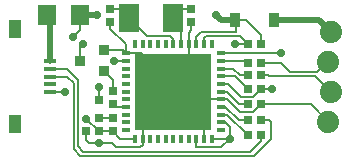
<source format=gtl>
G04 (created by PCBNEW (2013-07-07 BZR 4022)-stable) date 4/25/2015 1:29:16 AM*
%MOIN*%
G04 Gerber Fmt 3.4, Leading zero omitted, Abs format*
%FSLAX34Y34*%
G01*
G70*
G90*
G04 APERTURE LIST*
%ADD10C,0.00590551*%
%ADD11R,0.0413X0.0157*%
%ADD12R,0.0433X0.059*%
%ADD13R,0.036X0.036*%
%ADD14R,0.038X0.05*%
%ADD15R,0.0315X0.0138*%
%ADD16R,0.0138X0.0315*%
%ADD17R,0.128X0.128*%
%ADD18R,0.063X0.071*%
%ADD19R,0.0314X0.0314*%
%ADD20R,0.0275X0.0315*%
%ADD21R,0.0315X0.0275*%
%ADD22R,0.0669291X0.0944882*%
%ADD23C,0.074*%
%ADD24C,0.0275591*%
%ADD25C,0.019685*%
%ADD26C,0.00629921*%
G04 APERTURE END LIST*
G54D10*
G54D11*
X44600Y-15889D03*
X44600Y-16145D03*
X44600Y-16400D03*
X44600Y-16655D03*
X44600Y-16911D03*
G54D12*
X43419Y-17974D03*
X43419Y-14826D03*
G54D13*
X46400Y-15525D03*
X46400Y-16225D03*
X45600Y-15875D03*
G54D14*
X50760Y-14515D03*
X52050Y-14515D03*
G54D15*
X50275Y-18180D03*
X50275Y-17924D03*
X50275Y-17412D03*
X50275Y-17156D03*
X50275Y-16900D03*
X50275Y-16644D03*
G54D16*
X49468Y-15325D03*
X49212Y-15325D03*
X48956Y-15325D03*
X48700Y-15325D03*
X48444Y-15325D03*
X48188Y-15325D03*
X47932Y-15325D03*
G54D15*
X50275Y-17668D03*
G54D17*
X49340Y-16260D03*
X49340Y-17540D03*
X48060Y-17540D03*
X48060Y-16260D03*
G54D15*
X47125Y-16132D03*
X47125Y-16388D03*
X47125Y-16644D03*
X47125Y-16900D03*
X47125Y-17156D03*
X47125Y-17412D03*
X47125Y-17668D03*
G54D16*
X47932Y-18475D03*
X48188Y-18475D03*
X48444Y-18475D03*
X48700Y-18475D03*
X48956Y-18475D03*
X49212Y-18475D03*
X49468Y-18475D03*
G54D15*
X50275Y-16388D03*
X50275Y-16132D03*
X50275Y-15876D03*
X50275Y-15620D03*
G54D16*
X49980Y-15325D03*
X49724Y-15325D03*
X47676Y-15325D03*
X47420Y-15325D03*
G54D15*
X47125Y-15620D03*
X47125Y-15876D03*
X47125Y-17924D03*
X47125Y-18180D03*
G54D16*
X47420Y-18475D03*
X47676Y-18475D03*
X49724Y-18475D03*
X49980Y-18475D03*
G54D18*
X44475Y-14350D03*
X45575Y-14350D03*
G54D19*
X46225Y-17770D03*
X46225Y-17180D03*
G54D20*
X46675Y-16884D03*
X46675Y-17316D03*
G54D21*
X51184Y-16825D03*
X51616Y-16825D03*
X51184Y-16350D03*
X51616Y-16350D03*
X51184Y-15950D03*
X51616Y-15950D03*
G54D20*
X46675Y-18216D03*
X46675Y-17784D03*
G54D21*
X51184Y-15300D03*
X51616Y-15300D03*
G54D20*
X46600Y-14566D03*
X46600Y-14134D03*
X49300Y-14134D03*
X49300Y-14566D03*
G54D21*
X51616Y-17325D03*
X51184Y-17325D03*
X45784Y-18225D03*
X46216Y-18225D03*
X51184Y-17850D03*
X51616Y-17850D03*
X51184Y-18350D03*
X51616Y-18350D03*
G54D22*
X47221Y-14450D03*
X48678Y-14450D03*
G54D23*
X53850Y-15900D03*
X53950Y-16900D03*
X53850Y-17900D03*
X53950Y-14900D03*
G54D24*
X45075Y-16925D03*
X46225Y-18625D03*
X46225Y-16750D03*
X52300Y-15625D03*
X50750Y-15325D03*
X45675Y-15325D03*
X51975Y-16825D03*
X50575Y-18475D03*
X45800Y-17800D03*
X46725Y-15875D03*
X45350Y-15075D03*
X46150Y-14350D03*
X50125Y-14350D03*
G54D25*
X44600Y-15889D02*
X44600Y-14475D01*
X44600Y-14475D02*
X44475Y-14350D01*
G54D26*
X51616Y-16350D02*
X51875Y-16350D01*
X53425Y-16375D02*
X53950Y-16900D01*
X51900Y-16375D02*
X53425Y-16375D01*
X51875Y-16350D02*
X51900Y-16375D01*
X50275Y-17412D02*
X50437Y-17412D01*
X50875Y-17850D02*
X51184Y-17850D01*
X50437Y-17412D02*
X50875Y-17850D01*
X50275Y-17668D02*
X50502Y-17668D01*
X50502Y-17668D02*
X51184Y-18350D01*
X51616Y-15950D02*
X52300Y-15950D01*
X53500Y-16250D02*
X53850Y-15900D01*
X52600Y-16250D02*
X53500Y-16250D01*
X52300Y-15950D02*
X52600Y-16250D01*
X47125Y-15620D02*
X47420Y-15620D01*
X47420Y-15620D02*
X48060Y-16260D01*
X48060Y-16260D02*
X48060Y-17540D01*
X48060Y-17540D02*
X49340Y-17540D01*
X49340Y-17540D02*
X49340Y-16260D01*
X49340Y-16260D02*
X48060Y-16260D01*
X48060Y-16260D02*
X49340Y-17540D01*
X50275Y-17156D02*
X49156Y-17156D01*
X49156Y-17156D02*
X47620Y-15620D01*
X47620Y-15620D02*
X47125Y-15620D01*
X47676Y-18475D02*
X47676Y-17299D01*
X49212Y-15763D02*
X49212Y-15325D01*
X47676Y-17299D02*
X49212Y-15763D01*
X49724Y-18475D02*
X49724Y-17724D01*
X49724Y-17724D02*
X47620Y-15620D01*
X47620Y-15620D02*
X47125Y-15620D01*
X51616Y-17325D02*
X53275Y-17325D01*
X53275Y-17325D02*
X53850Y-17900D01*
X44600Y-16911D02*
X45061Y-16911D01*
X45061Y-16911D02*
X45075Y-16925D01*
X46225Y-18625D02*
X46650Y-18625D01*
X47676Y-18674D02*
X47676Y-18475D01*
X47600Y-18750D02*
X47676Y-18674D01*
X46775Y-18750D02*
X47600Y-18750D01*
X46650Y-18625D02*
X46775Y-18750D01*
X46225Y-17180D02*
X46225Y-16750D01*
X45784Y-18509D02*
X45784Y-18225D01*
X45900Y-18625D02*
X45784Y-18509D01*
X46225Y-18625D02*
X45900Y-18625D01*
X46400Y-15525D02*
X47030Y-15525D01*
X47030Y-15525D02*
X47125Y-15620D01*
X46600Y-14566D02*
X46600Y-14800D01*
X47125Y-15325D02*
X47125Y-15620D01*
X46600Y-14800D02*
X47125Y-15325D01*
X49300Y-14566D02*
X49300Y-14850D01*
X49300Y-14850D02*
X49212Y-14938D01*
X49212Y-14938D02*
X49212Y-15325D01*
X50275Y-17156D02*
X50506Y-17156D01*
X51366Y-17575D02*
X51616Y-17325D01*
X50925Y-17575D02*
X51366Y-17575D01*
X50506Y-17156D02*
X50925Y-17575D01*
X50275Y-15620D02*
X52295Y-15620D01*
X52295Y-15620D02*
X52300Y-15625D01*
X50275Y-15876D02*
X51110Y-15876D01*
X51110Y-15876D02*
X51184Y-15950D01*
X46675Y-16884D02*
X46675Y-16500D01*
X46675Y-16500D02*
X46400Y-16225D01*
X46225Y-17770D02*
X46661Y-17770D01*
X46661Y-17770D02*
X46675Y-17784D01*
X50275Y-16388D02*
X50747Y-16388D01*
X50747Y-16388D02*
X51184Y-16825D01*
X44600Y-16145D02*
X45145Y-16145D01*
X51616Y-18534D02*
X51616Y-18350D01*
X51616Y-18534D02*
X51250Y-18900D01*
X45700Y-18900D02*
X51250Y-18900D01*
X45525Y-18725D02*
X45700Y-18900D01*
X45525Y-16525D02*
X45525Y-18725D01*
X45145Y-16145D02*
X45525Y-16525D01*
X51616Y-17850D02*
X51900Y-17850D01*
X45150Y-16400D02*
X44600Y-16400D01*
X45375Y-16625D02*
X45150Y-16400D01*
X45375Y-18825D02*
X45375Y-16625D01*
X45600Y-19050D02*
X45375Y-18825D01*
X51375Y-19050D02*
X45600Y-19050D01*
X51950Y-18475D02*
X51375Y-19050D01*
X51950Y-17900D02*
X51950Y-18475D01*
X51900Y-17850D02*
X51950Y-17900D01*
X47125Y-17412D02*
X46771Y-17412D01*
X46771Y-17412D02*
X46675Y-17316D01*
X45600Y-15875D02*
X45600Y-15400D01*
X50775Y-15300D02*
X51184Y-15300D01*
X50750Y-15325D02*
X50775Y-15300D01*
X45600Y-15400D02*
X45675Y-15325D01*
X49724Y-15325D02*
X49724Y-15126D01*
X50934Y-15050D02*
X51184Y-15300D01*
X49800Y-15050D02*
X50934Y-15050D01*
X49724Y-15126D02*
X49800Y-15050D01*
X50275Y-16132D02*
X50707Y-16132D01*
X50925Y-16350D02*
X51184Y-16350D01*
X50707Y-16132D02*
X50925Y-16350D01*
X50275Y-16900D02*
X50475Y-16900D01*
X50900Y-17325D02*
X51184Y-17325D01*
X50475Y-16900D02*
X50900Y-17325D01*
G54D25*
X52050Y-14515D02*
X53565Y-14515D01*
X53565Y-14515D02*
X53950Y-14900D01*
G54D26*
X50760Y-14515D02*
X51115Y-14515D01*
X51616Y-15016D02*
X51616Y-15300D01*
X51115Y-14515D02*
X51616Y-15016D01*
X49468Y-18475D02*
X49468Y-18743D01*
X50300Y-18750D02*
X50575Y-18475D01*
X49475Y-18750D02*
X50300Y-18750D01*
X49468Y-18743D02*
X49475Y-18750D01*
X50275Y-17924D02*
X50424Y-17924D01*
X50575Y-18075D02*
X50575Y-18475D01*
X50424Y-17924D02*
X50575Y-18075D01*
X49980Y-18475D02*
X50575Y-18475D01*
X51975Y-16825D02*
X51616Y-16825D01*
X47420Y-18475D02*
X46934Y-18475D01*
X46684Y-18225D02*
X46216Y-18225D01*
X46934Y-18475D02*
X46684Y-18225D01*
X46216Y-18225D02*
X46216Y-18216D01*
X46216Y-18216D02*
X45800Y-17800D01*
X47125Y-15876D02*
X46726Y-15876D01*
X46726Y-15876D02*
X46725Y-15875D01*
X45575Y-14850D02*
X45575Y-14350D01*
X45350Y-15075D02*
X45575Y-14850D01*
G54D25*
X45575Y-14350D02*
X46150Y-14350D01*
X50290Y-14515D02*
X50760Y-14515D01*
X50125Y-14350D02*
X50290Y-14515D01*
G54D26*
X50775Y-14924D02*
X50775Y-14530D01*
X50775Y-14530D02*
X50760Y-14515D01*
X49468Y-15325D02*
X49468Y-15082D01*
X49625Y-14924D02*
X50775Y-14924D01*
X49468Y-15082D02*
X49625Y-14924D01*
X50275Y-16644D02*
X50519Y-16644D01*
X51366Y-17075D02*
X51616Y-16825D01*
X50950Y-17075D02*
X51366Y-17075D01*
X50519Y-16644D02*
X50950Y-17075D01*
X46600Y-14134D02*
X46905Y-14134D01*
X46905Y-14134D02*
X47221Y-14450D01*
X48700Y-15325D02*
X48700Y-15150D01*
X47821Y-15050D02*
X47221Y-14450D01*
X48600Y-15050D02*
X47821Y-15050D01*
X48700Y-15150D02*
X48600Y-15050D01*
X49300Y-14134D02*
X48994Y-14134D01*
X48994Y-14134D02*
X48678Y-14450D01*
X48956Y-15325D02*
X48956Y-14727D01*
X48956Y-14727D02*
X48678Y-14450D01*
M02*

</source>
